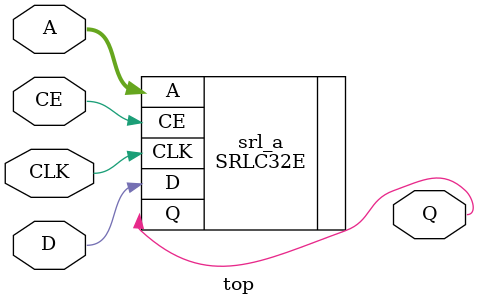
<source format=v>
module top
(
(* clock_buffer_type = "NONE" *)
input  wire CLK,
input  wire CE,
input  wire D,
input  wire [4:0] A,
output wire Q
);

  (* LOC="SLICE_X2Y0", BEL="A6LUT"  *)
  SRLC32E #
  (
  .INIT(32'hF0F01030)
  )
  srl_a
  (
  .CLK    (CLK),
  .CE     (CE),
  .D      (D),
  .A      (A),
  .Q      (Q)
  );

endmodule

</source>
